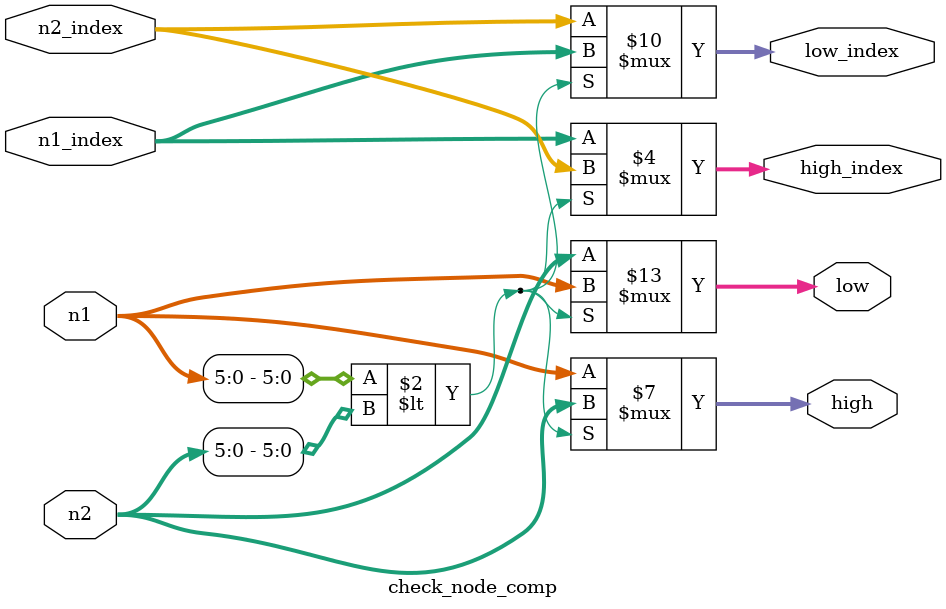
<source format=v>

module check_node_comp (
   input wire [6:0] n1,
   input wire [1:0] n1_index,
   input wire [6:0] n2,
   input wire [1:0] n2_index,
   output reg [6:0] low,
   output reg [1:0] low_index,
   output reg [6:0] high,
   output reg [1:0] high_index
);

   always @(*) begin

      if (n1[5:0] < n2[5:0]) begin
         low = n1;
         low_index = n1_index;
         high = n2;
         high_index = n2_index;
      end

      else begin
         low = n2;
         low_index = n2_index;
         high = n1;
         high_index = n1_index;
      end

   end

endmodule

</source>
